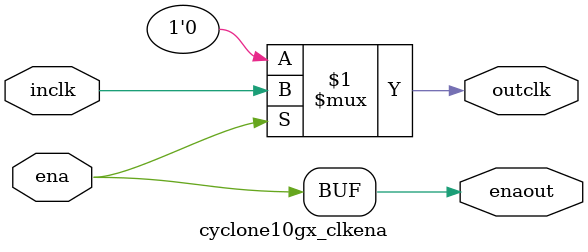
<source format=v>


module dffeas (d, clk, ena, clrn, prn, aload, asdata, sclr, sload, devclrn, devpor, q );
   // GLOBAL PARAMETER DECLARATION
   parameter power_up = "DONT_CARE";
   parameter is_wysiwyg = "false";
   parameter dont_touch = "false";


   parameter x_on_violation = "on";
   parameter lpm_type = "dffeas";

   input d;
   input clk;
   input ena;
   input clrn;
   input prn;
   input aload; 
   input asdata;  
   input sclr; 
   input sload; 
   input devclrn; 
   input devpor; 

   output reg q = 0;

   always @(posedge clk) begin
      if (ena == 1'b1) begin
         if (sclr == 1'b1)
           q <= 0;
         else if (aload == 1'b1)
           q <= asdata;
         else if (sload == 1'b1)
           q <= asdata;
         else
           q <= d;
      end
   end

endmodule


module cyclonev_lcell_comb (
	                        dataa, datab, datac, datad, datae, dataf, datag, cin, sharein,
	                        combout, sumout, cout, shareout
                            );

   input dataa, datab, datac, datad, datae, dataf, datag, cin, sharein;
   output reg combout = 0, sumout = 0, cout = 0, shareout = 0;

   parameter lut_mask = 64'hFFFFFFFFFFFFFFFF;
   parameter shared_arith = "off";
   parameter extended_lut = "off";
   parameter dont_touch = "off";
   parameter lpm_type = "cyclonev_lcell_comb";

   localparam ishared_arith = shared_arith == "on";
   localparam iextended_lut = extended_lut == "on";

   localparam [15:0] f0_mask = lut_mask[15:0];
   localparam [15:0] f1_mask = lut_mask[31:16];
   localparam [15:0] f2_mask = lut_mask[47:32];
   localparam [15:0] f3_mask = lut_mask[63:48];

   reg        f0_out, f1_out, f2_out, f3_out;
   reg        g0_out, g1_out;
   reg        f2_input3, f2_f;
   reg        adder_input2;

   // 4-input LUT function
   function lut4;
      input [15:0] mask;
      input        dataa;
      input        datab;
      input        datac;
      input        datad;
      begin
         lut4 = datad ? ( datac ? ( datab ? ( dataa ? mask[15] : mask[14])
                                    : ( dataa ? mask[13] : mask[12]))
                          : ( datab ? ( dataa ? mask[11] : mask[10])
                              : ( dataa ? mask[ 9] : mask[ 8])))
           : ( datac ? ( datab ? ( dataa ? mask[ 7] : mask[ 6])
                         : ( dataa ? mask[ 5] : mask[ 4]))
               : ( datab ? ( dataa ? mask[ 3] : mask[ 2])
                   : ( dataa ? mask[ 1] : mask[ 0])));
      end
   endfunction

   // 5-input LUT function
   function lut5;
      input [31:0] mask;
      input        dataa;
      input        datab;
      input        datac;
      input        datad;
      input        datae;
      reg          e0_lut;
      reg          e1_lut;
      reg [15:0]   e0_mask;
      reg [31:16]  e1_mask;
      begin
         e0_mask = mask[15:0];
         e1_mask = mask[31:16];
         e0_lut = lut4(e0_mask, dataa, datab, datac, datad);
         e1_lut = lut4(e1_mask, dataa, datab, datac, datad);
      end
   endfunction

   // 6-input LUT function
   function lut6;
      input [63:0] mask;
      input        dataa;
      input        datab;
      input        datac;
      input        datad;
      input        datae;
      input        dataf;
      reg          f0_lut;
      reg          f1_lut;
      reg [31:0]   f0_mask;
      reg [63:32]  f1_mask ;
      begin
         f0_mask = mask[31:0];
         f1_mask = mask[63:32];
         lut6 = mask[{dataf, datae, datad, datac, datab, dataa}];
      end
   endfunction

   always @(datag or dataf or datae or datad or datac or
            datab or dataa or cin or sharein)
     begin
        // check for extended LUT mode
        if (iextended_lut == 1)
          f2_input3 = datag;
        else
          f2_input3 = datac;

        f0_out = lut4(f0_mask, dataa, datab, datac, datad);
        f1_out = lut4(f1_mask, dataa, datab, f2_input3, datad);
        f2_out = lut4(f2_mask, dataa, datab, datac, datad);
        f3_out = lut4(f3_mask, dataa, datab, f2_input3, datad);

        // combout is the 6-input LUT
        if (iextended_lut == 1)
          begin
             if (datae == 1'b0)
               begin
                  g0_out = f0_out;
                  g1_out = f2_out;
               end
             else if (datae == 1'b1)
               begin
                  g0_out = f1_out;
                  g1_out = f3_out;
               end
             else
               begin
                  if (f0_out == f1_out)
                    g0_out = f0_out;
                  else
                    g0_out = 1'bX;

                  if (f2_out == f3_out)
                    g1_out = f2_out;
                  else
                    g1_out = 1'bX;
               end

             if (dataf == 1'b0)
               combout = g0_out;
             else if ((dataf == 1'b1) || (g0_out == g1_out))
               combout = g1_out;
             else
               combout = 1'bX;
          end
        else
          combout = lut6(lut_mask, dataa, datab, datac, datad, datae, dataf);

        // check for shareed arithmetic mode
        if (ishared_arith == 1)
          adder_input2 = sharein;
        else
          begin
             f2_f = lut4(f2_mask, dataa, datab, datac, dataf);
             adder_input2 = !f2_f;
          end

        // sumout & cout
        sumout = cin ^ f0_out ^ adder_input2;
        cout = (cin & f0_out) | (cin & adder_input2) | (f0_out & adder_input2);
        shareout = f2_out;
     end

endmodule

module cyclonev_clkena    (
                           inclk,
                           ena,
                           enaout,
                           outclk);

   // leda G_521_3_B off
   parameter    clock_type    =    "auto";
   parameter    ena_register_mode    =    "always enabled";
   parameter    lpm_type    =    "cyclonev_clkena";
   parameter    ena_register_power_up    =    "high";
   parameter    disable_mode    =    "low";
   parameter    test_syn    =    "high";
   // leda G_521_3_B on

   input    inclk;
   input    ena;
   output   enaout;
   output   outclk;

   assign outclk = ena ? inclk : 1'b0;
   assign enaout = ena;

endmodule //cyclonev_clkena


// ==========================================================================================

module cyclonev_io_ibuf (i, ibar, dynamicterminationcontrol, o);

   parameter differential_mode = 0;
   parameter bus_hold = 0;
   parameter simulate_z_as = 0;
   parameter lpm_type = 0;

   input i;
   input ibar;
   input dynamicterminationcontrol;
   output o;

   assign o = i;

endmodule

// ==========================================================================================

module cyclonev_io_obuf (i, oe, dynamicterminationcontrol, seriesterminationcontrol, parallelterminationcontrol, devoe, o, obar);

   parameter open_drain_output = 0;
   parameter bus_hold = 0;
   parameter shift_series_termination_control = 0;
   parameter sim_dynamic_termination_control_is_connected = 0;
   parameter lpm_type = 0;

   input i;
   input oe;
   input devoe;
   input dynamicterminationcontrol;
   input [15:0] seriesterminationcontrol;
   input [15:0] parallelterminationcontrol;
   output       o;
   output       obar;

   assign o = i, obar = ~i;

endmodule

module cyclone10lp_lcell_comb (
	                        dataa, datab, datac, datad, datae, dataf, datag, cin, sharein,
	                        combout, sumout, cout, shareout
                            );

   input dataa, datab, datac, datad, datae, dataf, datag, cin, sharein;
   output reg combout = 0, sumout = 0, cout = 0, shareout = 0;

   parameter lut_mask = 64'hFFFFFFFFFFFFFFFF;
   parameter shared_arith = "off";
   parameter extended_lut = "off";
   parameter dont_touch = "off";
   parameter lpm_type = "cyclone10lp_lcell_comb";

   localparam ishared_arith = shared_arith == "on";
   localparam iextended_lut = extended_lut == "on";

   localparam [15:0] f0_mask = lut_mask[15:0];
   localparam [15:0] f1_mask = lut_mask[31:16];
   localparam [15:0] f2_mask = lut_mask[47:32];
   localparam [15:0] f3_mask = lut_mask[63:48];

   reg        f0_out, f1_out, f2_out, f3_out;
   reg        g0_out, g1_out;
   reg        f2_input3, f2_f;
   reg        adder_input2;

   // 4-input LUT function
   function lut4;
      input [15:0] mask;
      input        dataa;
      input        datab;
      input        datac;
      input        datad;
      begin
         lut4 = datad ? ( datac ? ( datab ? ( dataa ? mask[15] : mask[14])
                                    : ( dataa ? mask[13] : mask[12]))
                          : ( datab ? ( dataa ? mask[11] : mask[10])
                              : ( dataa ? mask[ 9] : mask[ 8])))
           : ( datac ? ( datab ? ( dataa ? mask[ 7] : mask[ 6])
                         : ( dataa ? mask[ 5] : mask[ 4]))
               : ( datab ? ( dataa ? mask[ 3] : mask[ 2])
                   : ( dataa ? mask[ 1] : mask[ 0])));
      end
   endfunction

   // 5-input LUT function
   function lut5;
      input [31:0] mask;
      input        dataa;
      input        datab;
      input        datac;
      input        datad;
      input        datae;
      reg          e0_lut;
      reg          e1_lut;
      reg [15:0]   e0_mask;
      reg [31:16]  e1_mask;
      begin
         e0_mask = mask[15:0];
         e1_mask = mask[31:16];
         e0_lut = lut4(e0_mask, dataa, datab, datac, datad);
         e1_lut = lut4(e1_mask, dataa, datab, datac, datad);
      end
   endfunction

   // 6-input LUT function
   function lut6;
      input [63:0] mask;
      input        dataa;
      input        datab;
      input        datac;
      input        datad;
      input        datae;
      input        dataf;
      reg          f0_lut;
      reg          f1_lut;
      reg [31:0]   f0_mask;
      reg [63:32]  f1_mask ;
      begin
         f0_mask = mask[31:0];
         f1_mask = mask[63:32];
         lut6 = mask[{dataf, datae, datad, datac, datab, dataa}];
      end
   endfunction

   always @(datag or dataf or datae or datad or datac or
            datab or dataa or cin or sharein)
     begin
        // check for extended LUT mode
        if (iextended_lut == 1)
          f2_input3 = datag;
        else
          f2_input3 = datac;

        f0_out = lut4(f0_mask, dataa, datab, datac, datad);
        f1_out = lut4(f1_mask, dataa, datab, f2_input3, datad);
        f2_out = lut4(f2_mask, dataa, datab, datac, datad);
        f3_out = lut4(f3_mask, dataa, datab, f2_input3, datad);

        // combout is the 6-input LUT
        if (iextended_lut == 1)
          begin
             if (datae == 1'b0)
               begin
                  g0_out = f0_out;
                  g1_out = f2_out;
               end
             else if (datae == 1'b1)
               begin
                  g0_out = f1_out;
                  g1_out = f3_out;
               end
             else
               begin
                  if (f0_out == f1_out)
                    g0_out = f0_out;
                  else
                    g0_out = 1'bX;

                  if (f2_out == f3_out)
                    g1_out = f2_out;
                  else
                    g1_out = 1'bX;
               end

             if (dataf == 1'b0)
               combout = g0_out;
             else if ((dataf == 1'b1) || (g0_out == g1_out))
               combout = g1_out;
             else
               combout = 1'bX;
          end
        else
          combout = lut6(lut_mask, dataa, datab, datac, datad, datae, dataf);

        // check for shareed arithmetic mode
        if (ishared_arith == 1)
          adder_input2 = sharein;
        else
          begin
             f2_f = lut4(f2_mask, dataa, datab, datac, dataf);
             adder_input2 = !f2_f;
          end

        // sumout & cout
        sumout = cin ^ f0_out ^ adder_input2;
        cout = (cin & f0_out) | (cin & adder_input2) | (f0_out & adder_input2);
        shareout = f2_out;
     end

endmodule

// ==========================================================================================

module cyclone10lp_io_ibuf (i, ibar, dynamicterminationcontrol, o);

   parameter differential_mode = 0;
   parameter bus_hold = 0;
   parameter simulate_z_as = 0;
   parameter lpm_type = 0;

   input i;
   input ibar;
   input dynamicterminationcontrol;
   output o;

   assign o = i;

endmodule

// ==========================================================================================

module cyclone10lp_io_obuf (i, oe, dynamicterminationcontrol, seriesterminationcontrol, parallelterminationcontrol, devoe, o, obar);

   parameter open_drain_output = 0;
   parameter bus_hold = 0;
   parameter shift_series_termination_control = 0;
   parameter sim_dynamic_termination_control_is_connected = 0;
   parameter lpm_type = 0;

   input i;
   input oe;
   input devoe;
   input dynamicterminationcontrol;
   input [15:0] seriesterminationcontrol;
   input [15:0] parallelterminationcontrol;
   output       o;
   output       obar;

   assign o = i, obar = ~i;

endmodule

module cyclone10lp_clkena    (
                           inclk,
                           ena,
                           enaout,
                           outclk);

   // leda G_521_3_B off
   parameter    clock_type    =    "auto";
   parameter    ena_register_mode    =    "always enabled";
   parameter    lpm_type    =    "cyclone10lp_clkena";
   parameter    ena_register_power_up    =    "high";
   parameter    disable_mode    =    "low";
   parameter    test_syn    =    "high";
   // leda G_521_3_B on

   input    inclk;
   input    ena;
   output   enaout;
   output   outclk;

   assign outclk = ena ? inclk : 1'b0;
   assign enaout = ena;

endmodule //cyclone10lp_clkena

module cyclone10gx_lcell_comb (
	                        dataa, datab, datac, datad, datae, dataf, datag, cin, sharein,
	                        combout, sumout, cout, shareout
                            );

   input dataa, datab, datac, datad, datae, dataf, datag, cin, sharein;
   output reg combout = 0, sumout = 0, cout = 0, shareout = 0;

   parameter lut_mask = 64'hFFFFFFFFFFFFFFFF;
   parameter shared_arith = "off";
   parameter extended_lut = "off";
   parameter dont_touch = "off";
   parameter lpm_type = "cyclone10gx_lcell_comb";

   localparam ishared_arith = shared_arith == "on";
   localparam iextended_lut = extended_lut == "on";

   localparam [15:0] f0_mask = lut_mask[15:0];
   localparam [15:0] f1_mask = lut_mask[31:16];
   localparam [15:0] f2_mask = lut_mask[47:32];
   localparam [15:0] f3_mask = lut_mask[63:48];

   reg        f0_out, f1_out, f2_out, f3_out;
   reg        g0_out, g1_out;
   reg        f2_input3, f2_f;
   reg        adder_input2;

   // 4-input LUT function
   function lut4;
      input [15:0] mask;
      input        dataa;
      input        datab;
      input        datac;
      input        datad;
      begin
         lut4 = datad ? ( datac ? ( datab ? ( dataa ? mask[15] : mask[14])
                                    : ( dataa ? mask[13] : mask[12]))
                          : ( datab ? ( dataa ? mask[11] : mask[10])
                              : ( dataa ? mask[ 9] : mask[ 8])))
           : ( datac ? ( datab ? ( dataa ? mask[ 7] : mask[ 6])
                         : ( dataa ? mask[ 5] : mask[ 4]))
               : ( datab ? ( dataa ? mask[ 3] : mask[ 2])
                   : ( dataa ? mask[ 1] : mask[ 0])));
      end
   endfunction

   // 5-input LUT function
   function lut5;
      input [31:0] mask;
      input        dataa;
      input        datab;
      input        datac;
      input        datad;
      input        datae;
      reg          e0_lut;
      reg          e1_lut;
      reg [15:0]   e0_mask;
      reg [31:16]  e1_mask;
      begin
         e0_mask = mask[15:0];
         e1_mask = mask[31:16];
         e0_lut = lut4(e0_mask, dataa, datab, datac, datad);
         e1_lut = lut4(e1_mask, dataa, datab, datac, datad);
      end
   endfunction

   // 6-input LUT function
   function lut6;
      input [63:0] mask;
      input        dataa;
      input        datab;
      input        datac;
      input        datad;
      input        datae;
      input        dataf;
      reg          f0_lut;
      reg          f1_lut;
      reg [31:0]   f0_mask;
      reg [63:32]  f1_mask ;
      begin
         f0_mask = mask[31:0];
         f1_mask = mask[63:32];
         lut6 = mask[{dataf, datae, datad, datac, datab, dataa}];
      end
   endfunction

   always @(datag or dataf or datae or datad or datac or
            datab or dataa or cin or sharein)
     begin
        // check for extended LUT mode
        if (iextended_lut == 1)
          f2_input3 = datag;
        else
          f2_input3 = datac;

        f0_out = lut4(f0_mask, dataa, datab, datac, datad);
        f1_out = lut4(f1_mask, dataa, datab, f2_input3, datad);
        f2_out = lut4(f2_mask, dataa, datab, datac, datad);
        f3_out = lut4(f3_mask, dataa, datab, f2_input3, datad);

        // combout is the 6-input LUT
        if (iextended_lut == 1)
          begin
             if (datae == 1'b0)
               begin
                  g0_out = f0_out;
                  g1_out = f2_out;
               end
             else if (datae == 1'b1)
               begin
                  g0_out = f1_out;
                  g1_out = f3_out;
               end
             else
               begin
                  if (f0_out == f1_out)
                    g0_out = f0_out;
                  else
                    g0_out = 1'bX;

                  if (f2_out == f3_out)
                    g1_out = f2_out;
                  else
                    g1_out = 1'bX;
               end

             if (dataf == 1'b0)
               combout = g0_out;
             else if ((dataf == 1'b1) || (g0_out == g1_out))
               combout = g1_out;
             else
               combout = 1'bX;
          end
        else
          combout = lut6(lut_mask, dataa, datab, datac, datad, datae, dataf);

        // check for shareed arithmetic mode
        if (ishared_arith == 1)
          adder_input2 = sharein;
        else
          begin
             f2_f = lut4(f2_mask, dataa, datab, datac, dataf);
             adder_input2 = !f2_f;
          end

        // sumout & cout
        sumout = cin ^ f0_out ^ adder_input2;
        cout = (cin & f0_out) | (cin & adder_input2) | (f0_out & adder_input2);
        shareout = f2_out;
     end

endmodule

// ==========================================================================================

module cyclone10gx_io_ibuf (i, ibar, dynamicterminationcontrol, o);

   parameter differential_mode = 0;
   parameter bus_hold = 0;
   parameter simulate_z_as = 0;
   parameter lpm_type = 0;

   input i;
   input ibar;
   input dynamicterminationcontrol;
   output o;

   assign o = i;

endmodule

// ==========================================================================================

module cyclone10gx_io_obuf (i, oe, dynamicterminationcontrol, seriesterminationcontrol, parallelterminationcontrol, devoe, o, obar);

   parameter open_drain_output = 0;
   parameter bus_hold = 0;
   parameter shift_series_termination_control = 0;
   parameter sim_dynamic_termination_control_is_connected = 0;
   parameter lpm_type = 0;

   input i;
   input oe;
   input devoe;
   input dynamicterminationcontrol;
   input [15:0] seriesterminationcontrol;
   input [15:0] parallelterminationcontrol;
   output       o;
   output       obar;

   assign o = i, obar = ~i;

endmodule

module cyclone10gx_clkena    (
                           inclk,
                           ena,
                           enaout,
                           outclk);

   // leda G_521_3_B off
   parameter    clock_type    =    "auto";
   parameter    ena_register_mode    =    "always enabled";
   parameter    lpm_type    =    "cyclone10gx_clkena";
   parameter    ena_register_power_up    =    "high";
   parameter    disable_mode    =    "low";
   parameter    test_syn    =    "high";
   // leda G_521_3_B on

   input    inclk;
   input    ena;
   output   enaout;
   output   outclk;

   assign outclk = ena ? inclk : 1'b0;
   assign enaout = ena;

endmodule //cyclone10gx_clkena

</source>
